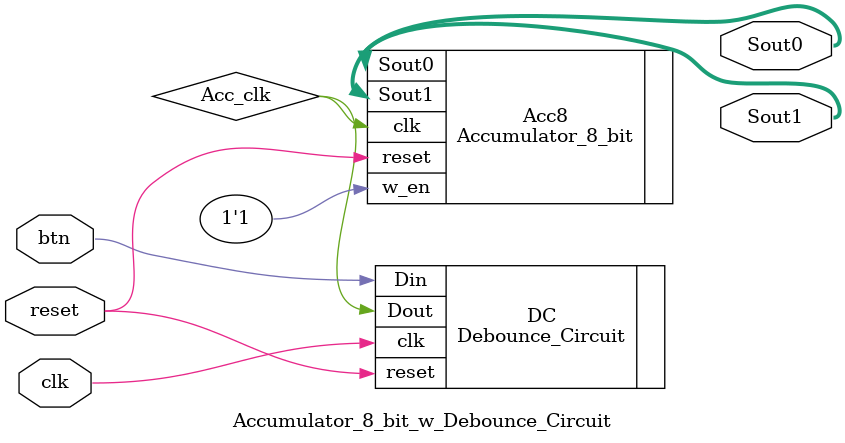
<source format=v>
module Accumulator_8_bit_w_Debounce_Circuit(btn, clk, reset, Sout1, Sout0);
input btn, clk, reset;
output[6:0] Sout1, Sout0;

wire Acc_clk;

Debounce_Circuit DC(.clk(clk), .reset(reset), .Din(btn), .Dout(Acc_clk));
Accumulator_8_bit Acc8(.reset(reset), .w_en(1'b1), .clk(Acc_clk), .Sout1(Sout1), .Sout0(Sout0));

endmodule
</source>
